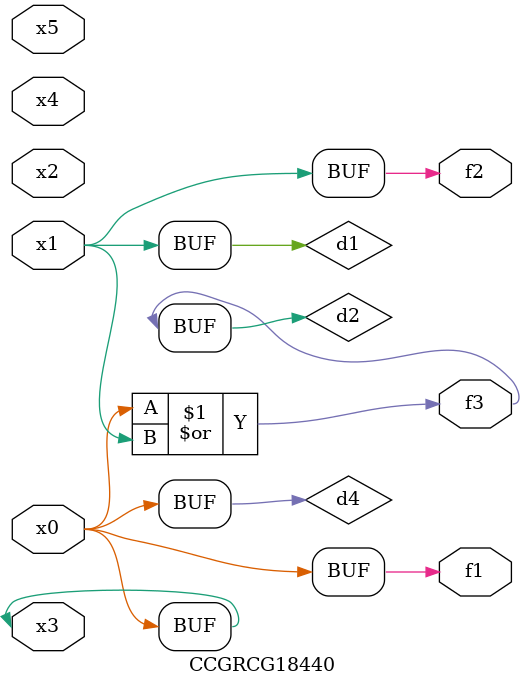
<source format=v>
module CCGRCG18440(
	input x0, x1, x2, x3, x4, x5,
	output f1, f2, f3
);

	wire d1, d2, d3, d4;

	and (d1, x1);
	or (d2, x0, x1);
	nand (d3, x0, x5);
	buf (d4, x0, x3);
	assign f1 = d4;
	assign f2 = d1;
	assign f3 = d2;
endmodule

</source>
